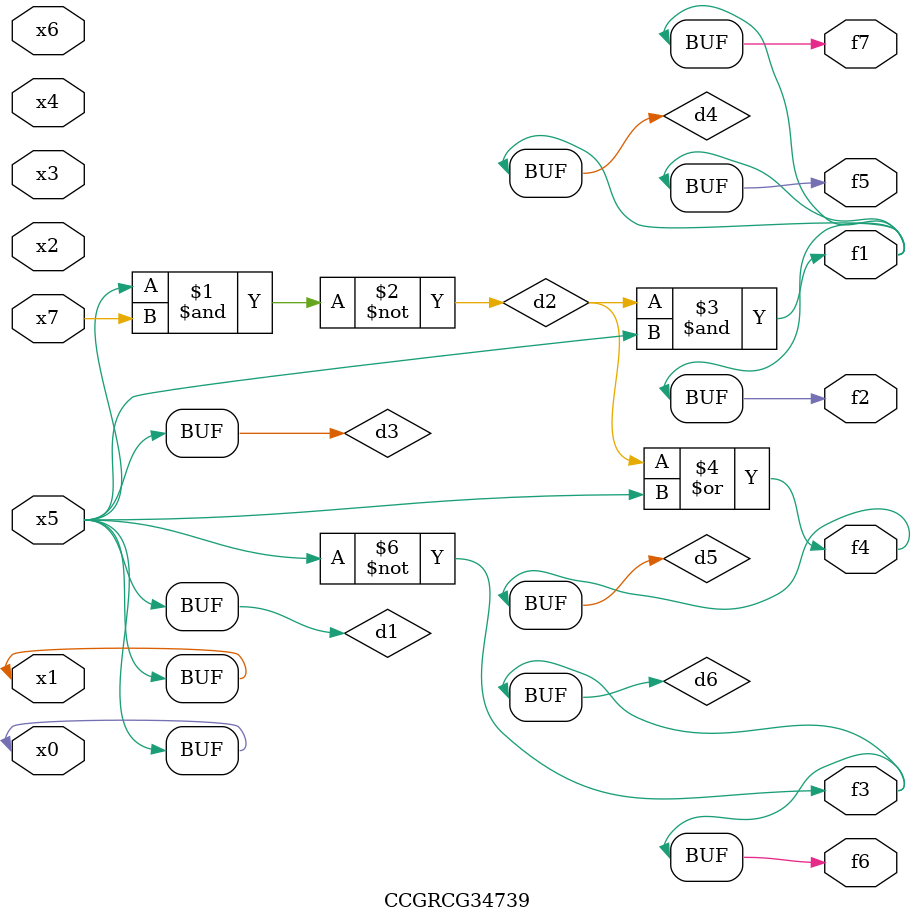
<source format=v>
module CCGRCG34739(
	input x0, x1, x2, x3, x4, x5, x6, x7,
	output f1, f2, f3, f4, f5, f6, f7
);

	wire d1, d2, d3, d4, d5, d6;

	buf (d1, x0, x5);
	nand (d2, x5, x7);
	buf (d3, x0, x1);
	and (d4, d2, d3);
	or (d5, d2, d3);
	nor (d6, d1, d3);
	assign f1 = d4;
	assign f2 = d4;
	assign f3 = d6;
	assign f4 = d5;
	assign f5 = d4;
	assign f6 = d6;
	assign f7 = d4;
endmodule

</source>
